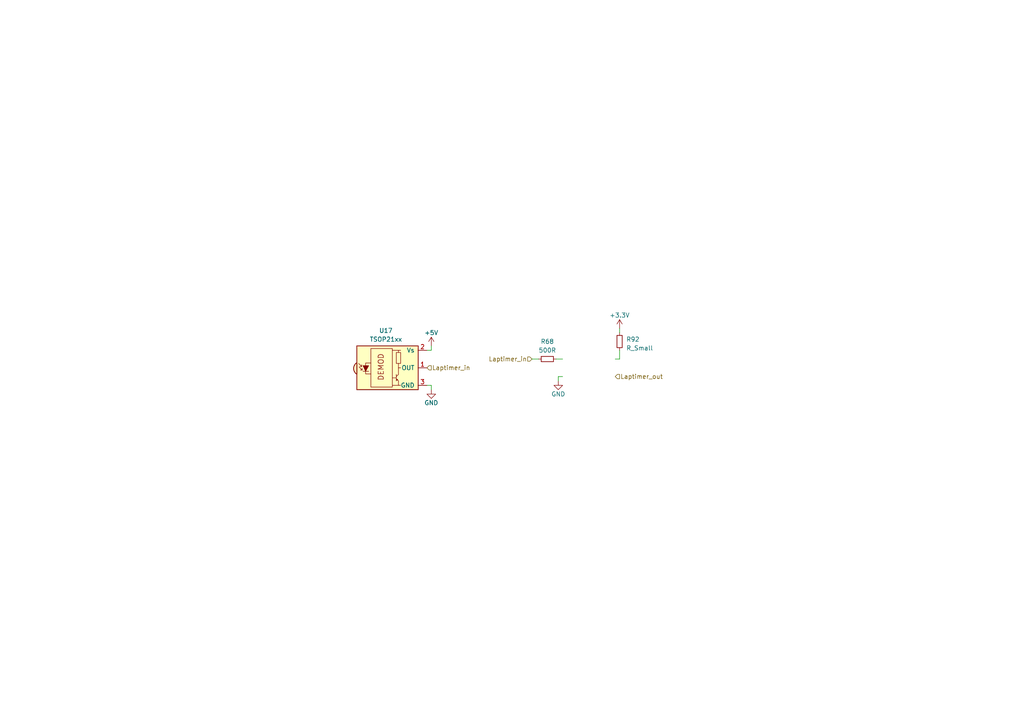
<source format=kicad_sch>
(kicad_sch (version 20230121) (generator eeschema)
  (paper "A4")
  (title_block (title "Laptimer") (date "2023-03-11") (rev "${REVISION}") (company "Author: Szymon Kostrubiec") (comment 1 "Reviewer:"))
  (lib_symbols
    (symbol "Device:R_Small" (pin_numbers hide) (pin_names (offset 0.254) hide)
      (property "Reference" "R" (at 0.762 0.508 0))
      (property "Value" "R_Small" (at 0.762 -1.016 0))
      (symbol "R_Small_0_1"
        (rectangle (start -0.762 1.778) (end 0.762 -1.778) (stroke (width 0.2032)))
      )
      (symbol "R_Small_1_1"
        (pin passive line (at 0 2.54 270) (length 0.762) (name "~") (number "1"))
        (pin passive line (at 0 -2.54 90) (length 0.762) (name "~") (number "2"))
      )
    )
    (symbol "Interface_Optical:TSOP21xx" (pin_names (offset 1.016))
      (property "Reference" "U" (at -10.16 7.62 0))
      (property "Value" "TSOP21xx" (at -10.16 -7.62 0))
      (symbol "TSOP21xx_0_0"
        (arc (start -10.287 1.397) (mid -11.0899 -0.1852) (end -10.287 -1.778) (stroke (width 0.254)) (fill (type background)))
        (polyline (pts (xy 1.905 -5.08) (xy 0.127 -5.08)))
        (polyline (pts (xy 1.905 5.08) (xy 0.127 5.08)))
        (text "DEMOD" (at -3.175 0.254 900) (effects (font (size 1.524 1.524))))
      )
      (symbol "TSOP21xx_0_1"
        (rectangle (start -6.096 5.588) (end 0.127 -5.588))
        (polyline (pts (xy -8.763 0.381) (xy -9.652 1.27)))
        (polyline (pts (xy -8.763 0.381) (xy -9.271 0.381)))
        (polyline (pts (xy -8.763 0.381) (xy -8.763 0.889)))
        (polyline (pts (xy -8.636 -0.635) (xy -9.525 0.254)))
        (polyline (pts (xy -8.636 -0.635) (xy -9.144 -0.635)))
        (polyline (pts (xy -8.636 -0.635) (xy -8.636 -0.127)))
        (polyline (pts (xy -8.382 -1.016) (xy -6.731 -1.016)))
        (polyline (pts (xy 1.27 -2.921) (xy 0.127 -2.921)))
        (polyline (pts (xy 1.27 -1.905) (xy 1.27 -3.81)))
        (polyline (pts (xy 1.397 -3.556) (xy 1.524 -3.556)))
        (polyline (pts (xy 1.651 -3.556) (xy 1.524 -3.556)))
        (polyline (pts (xy 1.651 -3.556) (xy 1.651 -3.302)))
        (polyline (pts (xy 1.905 0) (xy 1.905 1.27)))
        (polyline (pts (xy 1.905 4.445) (xy 1.905 5.08) (xy 2.54 5.08)))
        (polyline (pts (xy -8.382 0.635) (xy -6.731 0.635) (xy -7.62 -1.016) (xy -8.382 0.635)) (fill (type outline)))
        (polyline (pts (xy -6.096 1.397) (xy -7.62 1.397) (xy -7.62 -1.778) (xy -6.096 -1.778)))
        (polyline (pts (xy 1.27 -3.175) (xy 1.905 -3.81) (xy 1.905 -5.08) (xy 2.54 -5.08)))
        (polyline (pts (xy 1.27 -2.54) (xy 1.905 -1.905) (xy 1.905 0) (xy 2.54 0)))
        (rectangle (start 2.54 1.27) (end 1.27 4.445))
        (rectangle (start 7.62 6.35) (end -10.16 -6.35) (stroke (width 0.254)) (fill (type background)))
      )
      (symbol "TSOP21xx_1_1"
        (pin output line (at 10.16 0 180) (length 2.54) (name "OUT") (number "1"))
        (pin power_in line (at 10.16 5.08 180) (length 2.54) (name "Vs") (number "2"))
        (pin power_in line (at 10.16 -5.08 180) (length 2.54) (name "GND") (number "3"))
      )
    )
    (symbol "power:+3.3V" (power) (pin_names (offset 0))
      (property "Value" "+3.3V" (at 0 3.556 0))
      (symbol "+3.3V_0_1"
        (polyline (pts (xy -0.762 1.27) (xy 0 2.54)))
        (polyline (pts (xy 0 0) (xy 0 2.54)))
        (polyline (pts (xy 0 2.54) (xy 0.762 1.27)))
      )
      (symbol "+3.3V_1_1"
        (pin power_in line (at 0 0 90) (length 0) hide (name "+3.3V") (number "1"))
      )
    )
    (symbol "power:+5V" (power) (pin_names (offset 0))
      (property "Value" "+5V" (at 0 3.556 0))
      (symbol "+5V_0_1"
        (polyline (pts (xy -0.762 1.27) (xy 0 2.54)))
        (polyline (pts (xy 0 0) (xy 0 2.54)))
        (polyline (pts (xy 0 2.54) (xy 0.762 1.27)))
      )
      (symbol "+5V_1_1"
        (pin power_in line (at 0 0 90) (length 0) hide (name "+5V") (number "1"))
      )
    )
    (symbol "power:GND" (power) (pin_names (offset 0))
      (property "Value" "GND" (at 0 -3.81 0))
      (symbol "GND_0_1"
        (polyline (pts (xy 0 0) (xy 0 -1.27) (xy 1.27 -1.27) (xy 0 -2.54) (xy -1.27 -1.27) (xy 0 -1.27)))
      )
      (symbol "GND_1_1"
        (pin power_in line (at 0 0 270) (length 0) hide (name "GND") (number "1"))
      )
    )
  )
  (wire (pts (xy 161.29 104.14) (xy 163.195 104.14)))
  (wire (pts (xy 125.095 113.03) (xy 125.095 111.76)))
  (wire (pts (xy 125.095 101.6) (xy 125.095 100.33)))
  (wire (pts (xy 125.095 111.76) (xy 123.825 111.76)))
  (wire (pts (xy 161.925 109.22) (xy 163.195 109.22)))
  (wire (pts (xy 154.305 104.14) (xy 156.21 104.14)))
  (wire (pts (xy 178.435 104.14) (xy 179.705 104.14)))
  (wire (pts (xy 179.705 95.25) (xy 179.705 96.52)))
  (wire (pts (xy 179.705 101.6) (xy 179.705 104.14)))
  (wire (pts (xy 161.925 110.49) (xy 161.925 109.22)))
  (wire (pts (xy 123.825 101.6) (xy 125.095 101.6)))
  (hierarchical_label "Laptimer_in" (shape input) (at 154.305 104.14 180))
  (hierarchical_label "Laptimer_in" (shape input) (at 123.825 106.68 0))
  (hierarchical_label "Laptimer_out" (shape input) (at 178.435 109.22 0))
  (symbol (lib_id "Device:R_Small") (at 179.705 99.06 0) (unit 1)
    (property "Reference" "R92" (at 181.61 98.425 0) (effects (justify left)))
    (property "Value" "R_Small" (at 181.61 100.965 0) (effects (justify left)))
    (property "Footprint" "Resistor_SMD:R_0603_1608Metric" (effects hide))
  )
  (symbol (lib_id "power:+5V") (at 125.095 100.33 0) (unit 1)
    (property "Reference" "#PWR0116" (effects hide))
    (property "Value" "+5V" (at 125.095 96.52 0))
  )
  (symbol (lib_id "power:+3.3V") (at 179.705 95.25 0) (unit 1)
    (property "Reference" "#PWR0119" (effects hide))
    (property "Value" "+3.3V" (at 179.705 91.44 0))
  )
  (symbol (lib_id "power:GND") (at 125.095 113.03 0) (unit 1)
    (property "Reference" "#PWR0117" (effects hide))
    (property "Value" "GND" (at 125.095 116.84 0))
  )
  (symbol (lib_id "power:GND") (at 161.925 110.49 0) (unit 1)
    (property "Reference" "#PWR0118" (effects hide))
    (property "Value" "GND" (at 161.925 114.3 0))
  )
  (symbol (lib_id "Device:R_Small") (at 158.75 104.14 90) (unit 1)
    (property "Reference" "R68" (at 158.75 99.06 90))
    (property "Value" "500R" (at 158.75 101.6 90))
    (property "Footprint" "Resistor_SMD:R_0603_1608Metric" (effects hide))
    (instances (project "PUTM_EV_Frontbox_2023" (path "" (reference "R68") (unit 1)) (path "" (reference "R66") (unit 1))))
  )
  (symbol (lib_id "Interface_Optical:TSOP21xx") (at 113.665 106.68 0) (unit 1)
    (property "Reference" "U17" (at 111.93 95.885 0))
    (property "Value" "TSOP21xx" (at 111.93 98.425 0))
    (property "Footprint" "OptoDevice:Vishay_MOLD-3Pin" (effects hide))
    (property "Datasheet" "http://www.vishay.com/docs/82460/tsop45.pdf" (effects hide))
  )
)
</source>
